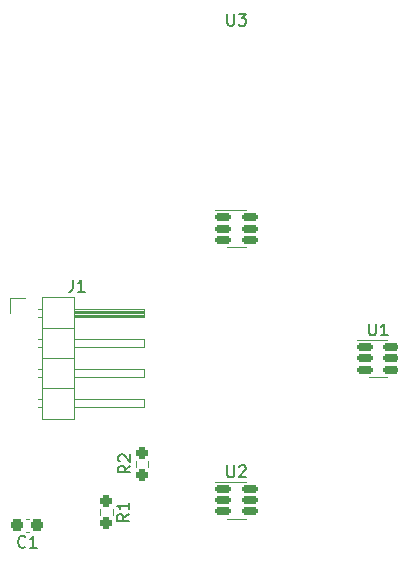
<source format=gto>
%TF.GenerationSoftware,KiCad,Pcbnew,6.0.5*%
%TF.CreationDate,2022-08-02T09:40:57-05:00*%
%TF.ProjectId,TLE493d-W2B6-board,544c4534-3933-4642-9d57-3242362d626f,rev?*%
%TF.SameCoordinates,Original*%
%TF.FileFunction,Legend,Top*%
%TF.FilePolarity,Positive*%
%FSLAX46Y46*%
G04 Gerber Fmt 4.6, Leading zero omitted, Abs format (unit mm)*
G04 Created by KiCad (PCBNEW 6.0.5) date 2022-08-02 09:40:57*
%MOMM*%
%LPD*%
G01*
G04 APERTURE LIST*
G04 Aperture macros list*
%AMRoundRect*
0 Rectangle with rounded corners*
0 $1 Rounding radius*
0 $2 $3 $4 $5 $6 $7 $8 $9 X,Y pos of 4 corners*
0 Add a 4 corners polygon primitive as box body*
4,1,4,$2,$3,$4,$5,$6,$7,$8,$9,$2,$3,0*
0 Add four circle primitives for the rounded corners*
1,1,$1+$1,$2,$3*
1,1,$1+$1,$4,$5*
1,1,$1+$1,$6,$7*
1,1,$1+$1,$8,$9*
0 Add four rect primitives between the rounded corners*
20,1,$1+$1,$2,$3,$4,$5,0*
20,1,$1+$1,$4,$5,$6,$7,0*
20,1,$1+$1,$6,$7,$8,$9,0*
20,1,$1+$1,$8,$9,$2,$3,0*%
G04 Aperture macros list end*
%ADD10C,0.150000*%
%ADD11C,0.120000*%
%ADD12R,1.700000X1.700000*%
%ADD13O,1.700000X1.700000*%
%ADD14RoundRect,0.150000X-0.512500X-0.150000X0.512500X-0.150000X0.512500X0.150000X-0.512500X0.150000X0*%
%ADD15RoundRect,0.237500X-0.237500X0.250000X-0.237500X-0.250000X0.237500X-0.250000X0.237500X0.250000X0*%
%ADD16RoundRect,0.237500X0.237500X-0.250000X0.237500X0.250000X-0.237500X0.250000X-0.237500X-0.250000X0*%
%ADD17RoundRect,0.237500X0.300000X0.237500X-0.300000X0.237500X-0.300000X-0.237500X0.300000X-0.237500X0*%
G04 APERTURE END LIST*
D10*
%TO.C,J1*%
X118176666Y-83332380D02*
X118176666Y-84046666D01*
X118129047Y-84189523D01*
X118033809Y-84284761D01*
X117890952Y-84332380D01*
X117795714Y-84332380D01*
X119176666Y-84332380D02*
X118605238Y-84332380D01*
X118890952Y-84332380D02*
X118890952Y-83332380D01*
X118795714Y-83475238D01*
X118700476Y-83570476D01*
X118605238Y-83618095D01*
%TO.C,U3*%
X131238095Y-60812380D02*
X131238095Y-61621904D01*
X131285714Y-61717142D01*
X131333333Y-61764761D01*
X131428571Y-61812380D01*
X131619047Y-61812380D01*
X131714285Y-61764761D01*
X131761904Y-61717142D01*
X131809523Y-61621904D01*
X131809523Y-60812380D01*
X132190476Y-60812380D02*
X132809523Y-60812380D01*
X132476190Y-61193333D01*
X132619047Y-61193333D01*
X132714285Y-61240952D01*
X132761904Y-61288571D01*
X132809523Y-61383809D01*
X132809523Y-61621904D01*
X132761904Y-61717142D01*
X132714285Y-61764761D01*
X132619047Y-61812380D01*
X132333333Y-61812380D01*
X132238095Y-61764761D01*
X132190476Y-61717142D01*
%TO.C,R1*%
X122882380Y-103166666D02*
X122406190Y-103500000D01*
X122882380Y-103738095D02*
X121882380Y-103738095D01*
X121882380Y-103357142D01*
X121930000Y-103261904D01*
X121977619Y-103214285D01*
X122072857Y-103166666D01*
X122215714Y-103166666D01*
X122310952Y-103214285D01*
X122358571Y-103261904D01*
X122406190Y-103357142D01*
X122406190Y-103738095D01*
X122882380Y-102214285D02*
X122882380Y-102785714D01*
X122882380Y-102500000D02*
X121882380Y-102500000D01*
X122025238Y-102595238D01*
X122120476Y-102690476D01*
X122168095Y-102785714D01*
%TO.C,R2*%
X123022380Y-99079166D02*
X122546190Y-99412500D01*
X123022380Y-99650595D02*
X122022380Y-99650595D01*
X122022380Y-99269642D01*
X122070000Y-99174404D01*
X122117619Y-99126785D01*
X122212857Y-99079166D01*
X122355714Y-99079166D01*
X122450952Y-99126785D01*
X122498571Y-99174404D01*
X122546190Y-99269642D01*
X122546190Y-99650595D01*
X122117619Y-98698214D02*
X122070000Y-98650595D01*
X122022380Y-98555357D01*
X122022380Y-98317261D01*
X122070000Y-98222023D01*
X122117619Y-98174404D01*
X122212857Y-98126785D01*
X122308095Y-98126785D01*
X122450952Y-98174404D01*
X123022380Y-98745833D01*
X123022380Y-98126785D01*
%TO.C,U1*%
X143238095Y-87052380D02*
X143238095Y-87861904D01*
X143285714Y-87957142D01*
X143333333Y-88004761D01*
X143428571Y-88052380D01*
X143619047Y-88052380D01*
X143714285Y-88004761D01*
X143761904Y-87957142D01*
X143809523Y-87861904D01*
X143809523Y-87052380D01*
X144809523Y-88052380D02*
X144238095Y-88052380D01*
X144523809Y-88052380D02*
X144523809Y-87052380D01*
X144428571Y-87195238D01*
X144333333Y-87290476D01*
X144238095Y-87338095D01*
%TO.C,U2*%
X131238095Y-99052380D02*
X131238095Y-99861904D01*
X131285714Y-99957142D01*
X131333333Y-100004761D01*
X131428571Y-100052380D01*
X131619047Y-100052380D01*
X131714285Y-100004761D01*
X131761904Y-99957142D01*
X131809523Y-99861904D01*
X131809523Y-99052380D01*
X132238095Y-99147619D02*
X132285714Y-99100000D01*
X132380952Y-99052380D01*
X132619047Y-99052380D01*
X132714285Y-99100000D01*
X132761904Y-99147619D01*
X132809523Y-99242857D01*
X132809523Y-99338095D01*
X132761904Y-99480952D01*
X132190476Y-100052380D01*
X132809523Y-100052380D01*
%TO.C,C1*%
X114133333Y-105927142D02*
X114085714Y-105974761D01*
X113942857Y-106022380D01*
X113847619Y-106022380D01*
X113704761Y-105974761D01*
X113609523Y-105879523D01*
X113561904Y-105784285D01*
X113514285Y-105593809D01*
X113514285Y-105450952D01*
X113561904Y-105260476D01*
X113609523Y-105165238D01*
X113704761Y-105070000D01*
X113847619Y-105022380D01*
X113942857Y-105022380D01*
X114085714Y-105070000D01*
X114133333Y-105117619D01*
X115085714Y-106022380D02*
X114514285Y-106022380D01*
X114800000Y-106022380D02*
X114800000Y-105022380D01*
X114704761Y-105165238D01*
X114609523Y-105260476D01*
X114514285Y-105308095D01*
D11*
%TO.C,J1*%
X115565000Y-92500000D02*
X118225000Y-92500000D01*
X115167929Y-94150000D02*
X115565000Y-94150000D01*
X115167929Y-90850000D02*
X115565000Y-90850000D01*
X115565000Y-84820000D02*
X115565000Y-95100000D01*
X124225000Y-88310000D02*
X124225000Y-89070000D01*
X124225000Y-85770000D02*
X124225000Y-86530000D01*
X118225000Y-86190000D02*
X124225000Y-86190000D01*
X124225000Y-93390000D02*
X124225000Y-94150000D01*
X118225000Y-88310000D02*
X124225000Y-88310000D01*
X118225000Y-85770000D02*
X124225000Y-85770000D01*
X124225000Y-90850000D02*
X124225000Y-91610000D01*
X112855000Y-86150000D02*
X112855000Y-84880000D01*
X115167929Y-89070000D02*
X115565000Y-89070000D01*
X118225000Y-86070000D02*
X124225000Y-86070000D01*
X124225000Y-86530000D02*
X118225000Y-86530000D01*
X115565000Y-95100000D02*
X118225000Y-95100000D01*
X115167929Y-93390000D02*
X115565000Y-93390000D01*
X124225000Y-91610000D02*
X118225000Y-91610000D01*
X118225000Y-95100000D02*
X118225000Y-84820000D01*
X115167929Y-88310000D02*
X115565000Y-88310000D01*
X124225000Y-89070000D02*
X118225000Y-89070000D01*
X118225000Y-90850000D02*
X124225000Y-90850000D01*
X115235000Y-86530000D02*
X115565000Y-86530000D01*
X112855000Y-84880000D02*
X114125000Y-84880000D01*
X118225000Y-84820000D02*
X115565000Y-84820000D01*
X118225000Y-85950000D02*
X124225000Y-85950000D01*
X124225000Y-94150000D02*
X118225000Y-94150000D01*
X118225000Y-86310000D02*
X124225000Y-86310000D01*
X118225000Y-86430000D02*
X124225000Y-86430000D01*
X115565000Y-87420000D02*
X118225000Y-87420000D01*
X115565000Y-89960000D02*
X118225000Y-89960000D01*
X118225000Y-85830000D02*
X124225000Y-85830000D01*
X118225000Y-93390000D02*
X124225000Y-93390000D01*
X115167929Y-91610000D02*
X115565000Y-91610000D01*
X115235000Y-85770000D02*
X115565000Y-85770000D01*
%TO.C,U3*%
X132000000Y-77440000D02*
X132800000Y-77440000D01*
X132000000Y-77440000D02*
X130200000Y-77440000D01*
X132000000Y-80560000D02*
X131200000Y-80560000D01*
X132000000Y-80560000D02*
X132800000Y-80560000D01*
%TO.C,R1*%
X120477500Y-102745276D02*
X120477500Y-103254724D01*
X121522500Y-102745276D02*
X121522500Y-103254724D01*
%TO.C,R2*%
X123477500Y-99167224D02*
X123477500Y-98657776D01*
X124522500Y-99167224D02*
X124522500Y-98657776D01*
%TO.C,U1*%
X144000000Y-91560000D02*
X144800000Y-91560000D01*
X144000000Y-88440000D02*
X144800000Y-88440000D01*
X144000000Y-88440000D02*
X142200000Y-88440000D01*
X144000000Y-91560000D02*
X143200000Y-91560000D01*
%TO.C,U2*%
X132000000Y-103560000D02*
X132800000Y-103560000D01*
X132000000Y-103560000D02*
X131200000Y-103560000D01*
X132000000Y-100440000D02*
X130200000Y-100440000D01*
X132000000Y-100440000D02*
X132800000Y-100440000D01*
%TO.C,C1*%
X114446267Y-103630000D02*
X114153733Y-103630000D01*
X114446267Y-104650000D02*
X114153733Y-104650000D01*
%TD*%
%LPC*%
D12*
%TO.C,J1*%
X114125000Y-86150000D03*
D13*
X114125000Y-88690000D03*
X114125000Y-91230000D03*
X114125000Y-93770000D03*
%TD*%
D14*
%TO.C,U3*%
X130862500Y-78050000D03*
X130862500Y-79000000D03*
X130862500Y-79950000D03*
X133137500Y-79950000D03*
X133137500Y-79000000D03*
X133137500Y-78050000D03*
%TD*%
D15*
%TO.C,R1*%
X121000000Y-102087500D03*
X121000000Y-103912500D03*
%TD*%
D16*
%TO.C,R2*%
X124000000Y-99825000D03*
X124000000Y-98000000D03*
%TD*%
D14*
%TO.C,U1*%
X142862500Y-89050000D03*
X142862500Y-90000000D03*
X142862500Y-90950000D03*
X145137500Y-90950000D03*
X145137500Y-90000000D03*
X145137500Y-89050000D03*
%TD*%
%TO.C,U2*%
X130862500Y-101050000D03*
X130862500Y-102000000D03*
X130862500Y-102950000D03*
X133137500Y-102950000D03*
X133137500Y-102000000D03*
X133137500Y-101050000D03*
%TD*%
D17*
%TO.C,C1*%
X115162500Y-104140000D03*
X113437500Y-104140000D03*
%TD*%
M02*

</source>
